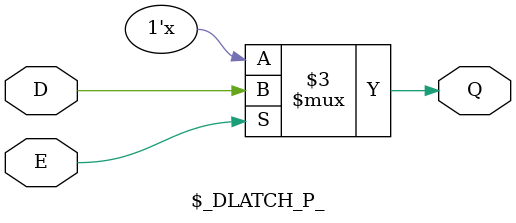
<source format=v>
/*
 *  yosys -- Yosys Open SYnthesis Suite
 *
 *  Copyright (C) 2012  Clifford Wolf <clifford@clifford.at>
 *  
 *  Permission to use, copy, modify, and/or distribute this software for any
 *  purpose with or without fee is hereby granted, provided that the above
 *  copyright notice and this permission notice appear in all copies.
 *  
 *  THE SOFTWARE IS PROVIDED "AS IS" AND THE AUTHOR DISCLAIMS ALL WARRANTIES
 *  WITH REGARD TO THIS SOFTWARE INCLUDING ALL IMPLIED WARRANTIES OF
 *  MERCHANTABILITY AND FITNESS. IN NO EVENT SHALL THE AUTHOR BE LIABLE FOR
 *  ANY SPECIAL, DIRECT, INDIRECT, OR CONSEQUENTIAL DAMAGES OR ANY DAMAGES
 *  WHATSOEVER RESULTING FROM LOSS OF USE, DATA OR PROFITS, WHETHER IN AN
 *  ACTION OF CONTRACT, NEGLIGENCE OR OTHER TORTIOUS ACTION, ARISING OUT OF
 *  OR IN CONNECTION WITH THE USE OR PERFORMANCE OF THIS SOFTWARE.
 *
 *  ---
 *
 *  The internal logic cell simulation library.
 *
 *  This verilog library contains simple simulation models for the internal
 *  logic cells ($_INV_ , $_AND_ , ...) that are generated by the default technology
 *  mapper (see "stdcells.v" in this directory) and expected by the "abc" pass.
 *
 */

module  \$_INV_ (A, Y);
input A;
output Y;
assign Y = ~A;
endmodule

module  \$_AND_ (A, B, Y);
input A, B;
output Y;
assign Y = A & B;
endmodule

module  \$_OR_ (A, B, Y);
input A, B;
output Y;
assign Y = A | B;
endmodule

module  \$_XOR_ (A, B, Y);
input A, B;
output Y;
assign Y = A ^ B;
endmodule

module \$_MUX_ (A, B, S, Y);
input A, B, S;
output reg Y;
always @* begin
	if (S)
		Y = B;
	else
		Y = A;
end
endmodule

module  \$_SR_NN_ (S, R, Q);
input S, R;
output reg Q;
always @(negedge S, negedge R) begin
	if (R == 0)
		Q <= 0;
	else if (S == 0)
		Q <= 1;
end
endmodule

module  \$_SR_NP_ (S, R, Q);
input S, R;
output reg Q;
always @(negedge S, posedge R) begin
	if (R == 1)
		Q <= 0;
	else if (S == 0)
		Q <= 1;
end
endmodule

module  \$_SR_PN_ (S, R, Q);
input S, R;
output reg Q;
always @(posedge S, negedge R) begin
	if (R == 0)
		Q <= 0;
	else if (S == 1)
		Q <= 1;
end
endmodule

module  \$_SR_PP_ (S, R, Q);
input S, R;
output reg Q;
always @(posedge S, posedge R) begin
	if (R == 1)
		Q <= 0;
	else if (S == 1)
		Q <= 1;
end
endmodule

module  \$_DFF_N_ (D, Q, C);
input D, C;
output reg Q;
always @(negedge C) begin
	Q <= D;
end
endmodule

module  \$_DFF_P_ (D, Q, C);
input D, C;
output reg Q;
always @(posedge C) begin
	Q <= D;
end
endmodule

module  \$_DFF_NN0_ (D, Q, C, R);
input D, C, R;
output reg Q;
always @(negedge C or negedge R) begin
	if (R == 0)
		Q <= 0;
	else
		Q <= D;
end
endmodule

module  \$_DFF_NN1_ (D, Q, C, R);
input D, C, R;
output reg Q;
always @(negedge C or negedge R) begin
	if (R == 0)
		Q <= 1;
	else
		Q <= D;
end
endmodule

module  \$_DFF_NP0_ (D, Q, C, R);
input D, C, R;
output reg Q;
always @(negedge C or posedge R) begin
	if (R == 1)
		Q <= 0;
	else
		Q <= D;
end
endmodule

module  \$_DFF_NP1_ (D, Q, C, R);
input D, C, R;
output reg Q;
always @(negedge C or posedge R) begin
	if (R == 1)
		Q <= 1;
	else
		Q <= D;
end
endmodule

module  \$_DFF_PN0_ (D, Q, C, R);
input D, C, R;
output reg Q;
always @(posedge C or negedge R) begin
	if (R == 0)
		Q <= 0;
	else
		Q <= D;
end
endmodule

module  \$_DFF_PN1_ (D, Q, C, R);
input D, C, R;
output reg Q;
always @(posedge C or negedge R) begin
	if (R == 0)
		Q <= 1;
	else
		Q <= D;
end
endmodule

module  \$_DFF_PP0_ (D, Q, C, R);
input D, C, R;
output reg Q;
always @(posedge C or posedge R) begin
	if (R == 1)
		Q <= 0;
	else
		Q <= D;
end
endmodule

module  \$_DFF_PP1_ (D, Q, C, R);
input D, C, R;
output reg Q;
always @(posedge C or posedge R) begin
	if (R == 1)
		Q <= 1;
	else
		Q <= D;
end
endmodule

module  \$_DFFSR_NNN_ (C, S, R, D, Q);
input C, S, R, D;
output reg Q;
always @(negedge C, negedge S, negedge R) begin
	if (R == 0)
		Q <= 0;
	else if (S == 0)
		Q <= 1;
	else
		Q <= D;
end
endmodule

module  \$_DFFSR_NNP_ (C, S, R, D, Q);
input C, S, R, D;
output reg Q;
always @(negedge C, negedge S, posedge R) begin
	if (R == 1)
		Q <= 0;
	else if (S == 0)
		Q <= 1;
	else
		Q <= D;
end
endmodule

module  \$_DFFSR_NPN_ (C, S, R, D, Q);
input C, S, R, D;
output reg Q;
always @(negedge C, posedge S, negedge R) begin
	if (R == 0)
		Q <= 0;
	else if (S == 1)
		Q <= 1;
	else
		Q <= D;
end
endmodule

module  \$_DFFSR_NPP_ (C, S, R, D, Q);
input C, S, R, D;
output reg Q;
always @(negedge C, posedge S, posedge R) begin
	if (R == 1)
		Q <= 0;
	else if (S == 1)
		Q <= 1;
	else
		Q <= D;
end
endmodule

module  \$_DFFSR_PNN_ (C, S, R, D, Q);
input C, S, R, D;
output reg Q;
always @(posedge C, negedge S, negedge R) begin
	if (R == 0)
		Q <= 0;
	else if (S == 0)
		Q <= 1;
	else
		Q <= D;
end
endmodule

module  \$_DFFSR_PNP_ (C, S, R, D, Q);
input C, S, R, D;
output reg Q;
always @(posedge C, negedge S, posedge R) begin
	if (R == 1)
		Q <= 0;
	else if (S == 0)
		Q <= 1;
	else
		Q <= D;
end
endmodule

module  \$_DFFSR_PPN_ (C, S, R, D, Q);
input C, S, R, D;
output reg Q;
always @(posedge C, posedge S, negedge R) begin
	if (R == 0)
		Q <= 0;
	else if (S == 1)
		Q <= 1;
	else
		Q <= D;
end
endmodule

module  \$_DFFSR_PPP_ (C, S, R, D, Q);
input C, S, R, D;
output reg Q;
always @(posedge C, posedge S, posedge R) begin
	if (R == 1)
		Q <= 0;
	else if (S == 1)
		Q <= 1;
	else
		Q <= D;
end
endmodule

module  \$_DLATCH_N_ (E, D, Q);
input E, D;
output reg Q;
always @* begin
	if (E == 0)
		Q <= D;
end
endmodule

module  \$_DLATCH_P_ (E, D, Q);
input E, D;
output reg Q;
always @* begin
	if (E == 1)
		Q <= D;
end
endmodule


</source>
